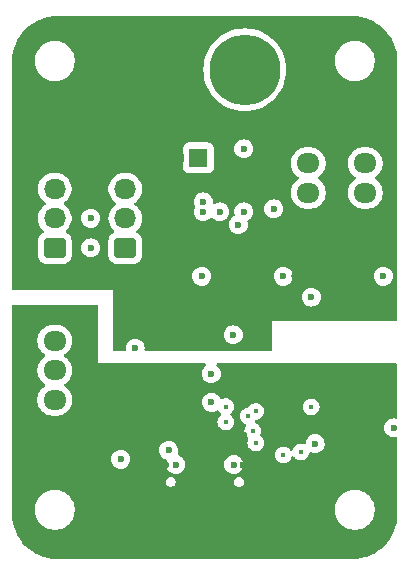
<source format=gbr>
%TF.GenerationSoftware,KiCad,Pcbnew,8.0.9-8.0.9-0~ubuntu22.04.1*%
%TF.CreationDate,2025-08-01T23:19:18+09:00*%
%TF.ProjectId,USB2DXL,55534232-4458-44c2-9e6b-696361645f70,rev?*%
%TF.SameCoordinates,Original*%
%TF.FileFunction,Copper,L2,Inr*%
%TF.FilePolarity,Positive*%
%FSLAX46Y46*%
G04 Gerber Fmt 4.6, Leading zero omitted, Abs format (unit mm)*
G04 Created by KiCad (PCBNEW 8.0.9-8.0.9-0~ubuntu22.04.1) date 2025-08-01 23:19:18*
%MOMM*%
%LPD*%
G01*
G04 APERTURE LIST*
G04 Aperture macros list*
%AMRoundRect*
0 Rectangle with rounded corners*
0 $1 Rounding radius*
0 $2 $3 $4 $5 $6 $7 $8 $9 X,Y pos of 4 corners*
0 Add a 4 corners polygon primitive as box body*
4,1,4,$2,$3,$4,$5,$6,$7,$8,$9,$2,$3,0*
0 Add four circle primitives for the rounded corners*
1,1,$1+$1,$2,$3*
1,1,$1+$1,$4,$5*
1,1,$1+$1,$6,$7*
1,1,$1+$1,$8,$9*
0 Add four rect primitives between the rounded corners*
20,1,$1+$1,$2,$3,$4,$5,0*
20,1,$1+$1,$4,$5,$6,$7,0*
20,1,$1+$1,$6,$7,$8,$9,0*
20,1,$1+$1,$8,$9,$2,$3,0*%
G04 Aperture macros list end*
%TA.AperFunction,ComponentPad*%
%ADD10RoundRect,0.250000X0.675000X-0.600000X0.675000X0.600000X-0.675000X0.600000X-0.675000X-0.600000X0*%
%TD*%
%TA.AperFunction,ComponentPad*%
%ADD11O,1.850000X1.700000*%
%TD*%
%TA.AperFunction,ComponentPad*%
%ADD12RoundRect,0.250000X0.725000X-0.600000X0.725000X0.600000X-0.725000X0.600000X-0.725000X-0.600000X0*%
%TD*%
%TA.AperFunction,ComponentPad*%
%ADD13O,1.950000X1.700000*%
%TD*%
%TA.AperFunction,HeatsinkPad*%
%ADD14O,1.000000X2.100000*%
%TD*%
%TA.AperFunction,HeatsinkPad*%
%ADD15O,1.000000X1.600000*%
%TD*%
%TA.AperFunction,ComponentPad*%
%ADD16R,1.600000X1.600000*%
%TD*%
%TA.AperFunction,ComponentPad*%
%ADD17C,1.600000*%
%TD*%
%TA.AperFunction,ComponentPad*%
%ADD18RoundRect,1.500000X-1.500000X-1.500000X1.500000X-1.500000X1.500000X1.500000X-1.500000X1.500000X0*%
%TD*%
%TA.AperFunction,ComponentPad*%
%ADD19C,6.000000*%
%TD*%
%TA.AperFunction,ViaPad*%
%ADD20C,0.500000*%
%TD*%
%TA.AperFunction,ViaPad*%
%ADD21C,0.600000*%
%TD*%
%TA.AperFunction,ViaPad*%
%ADD22C,0.400000*%
%TD*%
G04 APERTURE END LIST*
D10*
%TO.N,/DATA-*%
%TO.C,J7*%
X108839000Y-79856000D03*
D11*
%TO.N,/DATA+*%
X108839000Y-77356000D03*
%TO.N,+12V*%
X108839000Y-74856000D03*
%TO.N,GNDPWR*%
X108839000Y-72356000D03*
%TD*%
D12*
%TO.N,GND*%
%TO.C,J4*%
X102870000Y-95209000D03*
D13*
%TO.N,+5V*%
X102870000Y-92709000D03*
%TO.N,/TX_pin*%
X102870000Y-90209000D03*
%TO.N,/RXD*%
X102870000Y-87709000D03*
%TD*%
D14*
%TO.N,GND*%
%TO.C,J2*%
X111250000Y-99105000D03*
D15*
X111250000Y-103285000D03*
D14*
X119890000Y-99105000D03*
D15*
X119890000Y-103285000D03*
%TD*%
D13*
%TO.N,/DATA*%
%TO.C,J3*%
X124333000Y-72683000D03*
%TO.N,+12V*%
X124333000Y-75183000D03*
D12*
%TO.N,GNDPWR*%
X124333000Y-77683000D03*
%TD*%
D16*
%TO.N,+12V*%
%TO.C,C10*%
X115030000Y-72222000D03*
D17*
%TO.N,GNDPWR*%
X113030000Y-72222000D03*
%TD*%
D10*
%TO.N,/DATA-*%
%TO.C,J6*%
X102870000Y-79849000D03*
D11*
%TO.N,/DATA+*%
X102870000Y-77349000D03*
%TO.N,+12V*%
X102870000Y-74849000D03*
%TO.N,GNDPWR*%
X102870000Y-72349000D03*
%TD*%
D18*
%TO.N,GNDPWR*%
%TO.C,J1*%
X111760000Y-64770000D03*
D19*
%TO.N,+12V*%
X118960000Y-64770000D03*
%TD*%
D12*
%TO.N,GNDPWR*%
%TO.C,J5*%
X129159000Y-77683000D03*
D13*
%TO.N,+12V*%
X129159000Y-75183000D03*
%TO.N,/DATA*%
X129159000Y-72683000D03*
%TD*%
D20*
%TO.N,GNDPWR*%
X123162000Y-82255000D03*
%TO.N,GND*%
X123317000Y-93304000D03*
X120523000Y-92824000D03*
D21*
%TO.N,+5VP*%
X118868000Y-71460000D03*
%TO.N,GNDPWR*%
X118999000Y-73873000D03*
%TO.N,+5VP*%
X121412000Y-76540000D03*
X116840000Y-76792000D03*
X122202000Y-82255000D03*
X130685000Y-82255000D03*
%TO.N,GNDPWR*%
X128016000Y-80985000D03*
X122301000Y-74635000D03*
X117348000Y-75651000D03*
X107823000Y-61046000D03*
X123190000Y-61300000D03*
X131064000Y-69174000D03*
X122809000Y-69047000D03*
X117348000Y-69047000D03*
X110744000Y-69047000D03*
X105283000Y-68793000D03*
X99949000Y-68793000D03*
X104775000Y-78572000D03*
X99949000Y-82763000D03*
X107061000Y-82890000D03*
X109728000Y-83017000D03*
X125755400Y-81569200D03*
X121793000Y-80858000D03*
X119126000Y-80477000D03*
X120904000Y-88224000D03*
X131572000Y-85684000D03*
X108077000Y-88224000D03*
%TO.N,GND*%
X115824000Y-95336000D03*
X118872000Y-95717000D03*
X131318000Y-101178000D03*
X115697000Y-101432000D03*
X125476000Y-101305000D03*
X125603000Y-105877000D03*
X115697000Y-105877000D03*
X131318000Y-96479000D03*
X126746000Y-95336000D03*
X125095000Y-90510000D03*
X131191000Y-91526000D03*
X106934000Y-90129000D03*
%TO.N,+5VP*%
X109672000Y-88351000D03*
%TO.N,Net-(U4-RO)*%
X117983000Y-87208000D03*
X118411000Y-77876000D03*
%TO.N,/TX*%
X118872000Y-76794000D03*
X124587000Y-84024000D03*
%TO.N,GND*%
X111125000Y-92542000D03*
X113030000Y-95336000D03*
X104648000Y-91018000D03*
X106934000Y-97495000D03*
X106934000Y-105877000D03*
X99949000Y-97368000D03*
X100076000Y-85557000D03*
X105410000Y-85557000D03*
X105410000Y-88097000D03*
X111252000Y-90256000D03*
X117475000Y-90383000D03*
%TO.N,+5V*%
X131572000Y-95082000D03*
X124921000Y-96418000D03*
D22*
X119888000Y-93685000D03*
X119634000Y-95336000D03*
%TO.N,/TX_pin*%
X119888000Y-96352000D03*
%TO.N,/TX_usb*%
X122221000Y-97368000D03*
%TO.N,/TXD*%
X124587000Y-93304000D03*
X123698000Y-97114000D03*
%TO.N,+5V*%
X117348000Y-94574000D03*
X117348000Y-93280000D03*
D21*
%TO.N,/TXNOW*%
X116138205Y-92922553D03*
X116128500Y-90494000D03*
%TO.N,+5V*%
X112522000Y-96987000D03*
X108458000Y-97749000D03*
%TO.N,/DATA-*%
X105918000Y-79849000D03*
%TO.N,/DATA+*%
X105918000Y-77349000D03*
%TO.N,GNDPWR*%
X113538000Y-82255000D03*
X115273500Y-79207000D03*
%TO.N,+5VP*%
X115316000Y-82255000D03*
%TO.N,GNDPWR*%
X112776000Y-75905000D03*
%TO.N,+12V*%
X115443000Y-76794000D03*
X115443000Y-75946000D03*
%TO.N,GND*%
X118820000Y-98190000D03*
X112320000Y-98190000D03*
%TO.N,+5V*%
X113120000Y-98190000D03*
X118020000Y-98190000D03*
D22*
%TO.N,/TX_usb*%
X119253000Y-94066000D03*
%TD*%
%TA.AperFunction,Conductor*%
%TO.N,GND*%
G36*
X106496039Y-84687685D02*
G01*
X106541794Y-84740489D01*
X106553000Y-84792000D01*
X106553000Y-89621000D01*
X115582850Y-89621000D01*
X115649889Y-89640685D01*
X115695644Y-89693489D01*
X115705588Y-89762647D01*
X115676563Y-89826203D01*
X115648824Y-89849992D01*
X115639016Y-89856154D01*
X115626237Y-89864184D01*
X115498684Y-89991737D01*
X115402711Y-90144476D01*
X115343131Y-90314745D01*
X115343130Y-90314750D01*
X115322935Y-90493996D01*
X115322935Y-90494003D01*
X115343130Y-90673249D01*
X115343131Y-90673254D01*
X115402711Y-90843523D01*
X115448767Y-90916820D01*
X115498684Y-90996262D01*
X115626238Y-91123816D01*
X115778978Y-91219789D01*
X115949245Y-91279368D01*
X115949250Y-91279369D01*
X116128496Y-91299565D01*
X116128500Y-91299565D01*
X116128504Y-91299565D01*
X116307749Y-91279369D01*
X116307752Y-91279368D01*
X116307755Y-91279368D01*
X116478022Y-91219789D01*
X116630762Y-91123816D01*
X116758316Y-90996262D01*
X116854289Y-90843522D01*
X116913868Y-90673255D01*
X116930545Y-90525243D01*
X116934065Y-90494003D01*
X116934065Y-90493996D01*
X116913869Y-90314750D01*
X116913868Y-90314745D01*
X116854288Y-90144476D01*
X116758315Y-89991737D01*
X116630762Y-89864184D01*
X116608177Y-89849992D01*
X116561887Y-89797660D01*
X116551238Y-89728606D01*
X116579613Y-89664758D01*
X116638003Y-89626386D01*
X116674150Y-89621000D01*
X131755500Y-89621000D01*
X131822539Y-89640685D01*
X131868294Y-89693489D01*
X131879500Y-89745000D01*
X131879500Y-94172325D01*
X131859815Y-94239364D01*
X131807011Y-94285119D01*
X131741617Y-94295545D01*
X131572004Y-94276435D01*
X131571996Y-94276435D01*
X131392750Y-94296630D01*
X131392745Y-94296631D01*
X131222476Y-94356211D01*
X131069737Y-94452184D01*
X130942184Y-94579737D01*
X130846211Y-94732476D01*
X130786631Y-94902745D01*
X130786630Y-94902750D01*
X130766435Y-95081996D01*
X130766435Y-95082003D01*
X130786630Y-95261249D01*
X130786631Y-95261254D01*
X130846211Y-95431523D01*
X130892298Y-95504869D01*
X130942184Y-95584262D01*
X131069738Y-95711816D01*
X131100508Y-95731150D01*
X131216334Y-95803929D01*
X131222478Y-95807789D01*
X131264500Y-95822493D01*
X131392745Y-95867368D01*
X131392750Y-95867369D01*
X131571996Y-95887565D01*
X131572000Y-95887565D01*
X131572003Y-95887565D01*
X131741616Y-95868454D01*
X131810438Y-95880508D01*
X131861818Y-95927857D01*
X131879500Y-95991674D01*
X131879500Y-102381947D01*
X131879351Y-102388032D01*
X131861502Y-102751335D01*
X131860309Y-102763444D01*
X131807388Y-103120217D01*
X131805014Y-103132153D01*
X131717373Y-103482035D01*
X131713840Y-103493680D01*
X131592335Y-103833262D01*
X131587679Y-103844504D01*
X131433462Y-104170570D01*
X131427725Y-104181302D01*
X131242303Y-104490659D01*
X131235543Y-104500777D01*
X131020678Y-104790488D01*
X131012958Y-104799894D01*
X130770743Y-105067138D01*
X130762138Y-105075743D01*
X130494894Y-105317958D01*
X130485488Y-105325678D01*
X130195777Y-105540543D01*
X130185659Y-105547303D01*
X129876302Y-105732725D01*
X129865570Y-105738462D01*
X129539504Y-105892679D01*
X129528262Y-105897335D01*
X129188680Y-106018840D01*
X129177035Y-106022373D01*
X128827153Y-106110014D01*
X128815217Y-106112388D01*
X128458444Y-106165309D01*
X128446335Y-106166502D01*
X128083033Y-106184351D01*
X128076948Y-106184500D01*
X103063052Y-106184500D01*
X103056967Y-106184351D01*
X102693664Y-106166502D01*
X102681555Y-106165309D01*
X102324782Y-106112388D01*
X102312846Y-106110014D01*
X101962964Y-106022373D01*
X101951323Y-106018841D01*
X101611734Y-105897334D01*
X101600495Y-105892679D01*
X101274429Y-105738462D01*
X101263702Y-105732727D01*
X100954340Y-105547303D01*
X100944222Y-105540543D01*
X100654511Y-105325678D01*
X100645105Y-105317958D01*
X100602479Y-105279324D01*
X100377853Y-105075735D01*
X100369264Y-105067146D01*
X100127041Y-104799894D01*
X100119321Y-104790488D01*
X99904456Y-104500777D01*
X99897696Y-104490659D01*
X99712267Y-104181290D01*
X99706543Y-104170582D01*
X99552317Y-103844497D01*
X99547669Y-103833275D01*
X99426154Y-103493663D01*
X99422629Y-103482046D01*
X99334982Y-103132140D01*
X99332613Y-103120230D01*
X99279689Y-102763440D01*
X99278497Y-102751334D01*
X99260649Y-102388031D01*
X99260500Y-102381947D01*
X99260500Y-101903549D01*
X101169500Y-101903549D01*
X101169500Y-102126450D01*
X101169501Y-102126466D01*
X101198594Y-102347452D01*
X101198595Y-102347457D01*
X101198596Y-102347463D01*
X101256290Y-102562780D01*
X101256293Y-102562790D01*
X101263091Y-102579201D01*
X101341595Y-102768726D01*
X101453052Y-102961774D01*
X101453057Y-102961780D01*
X101453058Y-102961782D01*
X101588751Y-103138622D01*
X101588757Y-103138629D01*
X101746370Y-103296242D01*
X101746377Y-103296248D01*
X101872294Y-103392867D01*
X101923226Y-103431948D01*
X102116274Y-103543405D01*
X102322219Y-103628710D01*
X102537537Y-103686404D01*
X102758543Y-103715500D01*
X102758550Y-103715500D01*
X102981450Y-103715500D01*
X102981457Y-103715500D01*
X103202463Y-103686404D01*
X103417781Y-103628710D01*
X103623726Y-103543405D01*
X103816774Y-103431948D01*
X103993624Y-103296247D01*
X104151247Y-103138624D01*
X104286948Y-102961774D01*
X104398405Y-102768726D01*
X104483710Y-102562781D01*
X104541404Y-102347463D01*
X104570500Y-102126457D01*
X104570500Y-101903549D01*
X126569500Y-101903549D01*
X126569500Y-102126450D01*
X126569501Y-102126466D01*
X126598594Y-102347452D01*
X126598595Y-102347457D01*
X126598596Y-102347463D01*
X126656290Y-102562780D01*
X126656293Y-102562790D01*
X126663091Y-102579201D01*
X126741595Y-102768726D01*
X126853052Y-102961774D01*
X126853057Y-102961780D01*
X126853058Y-102961782D01*
X126988751Y-103138622D01*
X126988757Y-103138629D01*
X127146370Y-103296242D01*
X127146377Y-103296248D01*
X127272294Y-103392867D01*
X127323226Y-103431948D01*
X127516274Y-103543405D01*
X127722219Y-103628710D01*
X127937537Y-103686404D01*
X128158543Y-103715500D01*
X128158550Y-103715500D01*
X128381450Y-103715500D01*
X128381457Y-103715500D01*
X128602463Y-103686404D01*
X128817781Y-103628710D01*
X129023726Y-103543405D01*
X129216774Y-103431948D01*
X129393624Y-103296247D01*
X129551247Y-103138624D01*
X129686948Y-102961774D01*
X129798405Y-102768726D01*
X129883710Y-102562781D01*
X129941404Y-102347463D01*
X129970500Y-102126457D01*
X129970500Y-101903543D01*
X129941404Y-101682537D01*
X129883710Y-101467219D01*
X129798405Y-101261274D01*
X129686948Y-101068226D01*
X129551247Y-100891376D01*
X129551242Y-100891370D01*
X129393629Y-100733757D01*
X129393622Y-100733751D01*
X129216782Y-100598058D01*
X129216780Y-100598057D01*
X129216774Y-100598052D01*
X129023726Y-100486595D01*
X129023722Y-100486593D01*
X128817790Y-100401293D01*
X128817783Y-100401291D01*
X128817781Y-100401290D01*
X128602463Y-100343596D01*
X128602457Y-100343595D01*
X128602452Y-100343594D01*
X128381466Y-100314501D01*
X128381463Y-100314500D01*
X128381457Y-100314500D01*
X128158543Y-100314500D01*
X128158537Y-100314500D01*
X128158533Y-100314501D01*
X127937547Y-100343594D01*
X127937540Y-100343595D01*
X127937537Y-100343596D01*
X127722219Y-100401290D01*
X127722209Y-100401293D01*
X127516277Y-100486593D01*
X127516273Y-100486595D01*
X127323226Y-100598052D01*
X127323217Y-100598058D01*
X127146377Y-100733751D01*
X127146370Y-100733757D01*
X126988757Y-100891370D01*
X126988751Y-100891377D01*
X126853058Y-101068217D01*
X126853052Y-101068226D01*
X126741595Y-101261273D01*
X126741593Y-101261277D01*
X126656293Y-101467209D01*
X126656290Y-101467219D01*
X126598597Y-101682534D01*
X126598594Y-101682547D01*
X126569501Y-101903533D01*
X126569500Y-101903549D01*
X104570500Y-101903549D01*
X104570500Y-101903543D01*
X104541404Y-101682537D01*
X104483710Y-101467219D01*
X104398405Y-101261274D01*
X104286948Y-101068226D01*
X104151247Y-100891376D01*
X104151242Y-100891370D01*
X103993629Y-100733757D01*
X103993622Y-100733751D01*
X103816782Y-100598058D01*
X103816780Y-100598057D01*
X103816774Y-100598052D01*
X103623726Y-100486595D01*
X103623722Y-100486593D01*
X103417790Y-100401293D01*
X103417783Y-100401291D01*
X103417781Y-100401290D01*
X103202463Y-100343596D01*
X103202457Y-100343595D01*
X103202452Y-100343594D01*
X102981466Y-100314501D01*
X102981463Y-100314500D01*
X102981457Y-100314500D01*
X102758543Y-100314500D01*
X102758537Y-100314500D01*
X102758533Y-100314501D01*
X102537547Y-100343594D01*
X102537540Y-100343595D01*
X102537537Y-100343596D01*
X102322219Y-100401290D01*
X102322209Y-100401293D01*
X102116277Y-100486593D01*
X102116273Y-100486595D01*
X101923226Y-100598052D01*
X101923217Y-100598058D01*
X101746377Y-100733751D01*
X101746370Y-100733757D01*
X101588757Y-100891370D01*
X101588751Y-100891377D01*
X101453058Y-101068217D01*
X101453052Y-101068226D01*
X101341595Y-101261273D01*
X101341593Y-101261277D01*
X101256293Y-101467209D01*
X101256290Y-101467219D01*
X101198597Y-101682534D01*
X101198594Y-101682547D01*
X101169501Y-101903533D01*
X101169500Y-101903549D01*
X99260500Y-101903549D01*
X99260500Y-99578982D01*
X112254500Y-99578982D01*
X112254500Y-99691018D01*
X112283497Y-99799237D01*
X112339515Y-99896263D01*
X112418737Y-99975485D01*
X112515763Y-100031503D01*
X112623982Y-100060500D01*
X112623984Y-100060500D01*
X112736016Y-100060500D01*
X112736018Y-100060500D01*
X112844237Y-100031503D01*
X112941263Y-99975485D01*
X113020485Y-99896263D01*
X113076503Y-99799237D01*
X113105500Y-99691018D01*
X113105500Y-99578982D01*
X118034500Y-99578982D01*
X118034500Y-99691018D01*
X118063497Y-99799237D01*
X118119515Y-99896263D01*
X118198737Y-99975485D01*
X118295763Y-100031503D01*
X118403982Y-100060500D01*
X118403984Y-100060500D01*
X118516016Y-100060500D01*
X118516018Y-100060500D01*
X118624237Y-100031503D01*
X118721263Y-99975485D01*
X118800485Y-99896263D01*
X118856503Y-99799237D01*
X118885500Y-99691018D01*
X118885500Y-99578982D01*
X118856503Y-99470763D01*
X118800485Y-99373737D01*
X118721263Y-99294515D01*
X118624237Y-99238497D01*
X118516018Y-99209500D01*
X118403982Y-99209500D01*
X118295763Y-99238497D01*
X118295760Y-99238498D01*
X118198740Y-99294513D01*
X118198734Y-99294517D01*
X118119517Y-99373734D01*
X118119513Y-99373740D01*
X118063498Y-99470760D01*
X118063497Y-99470763D01*
X118034500Y-99578982D01*
X113105500Y-99578982D01*
X113076503Y-99470763D01*
X113020485Y-99373737D01*
X112941263Y-99294515D01*
X112844237Y-99238497D01*
X112736018Y-99209500D01*
X112623982Y-99209500D01*
X112515763Y-99238497D01*
X112515760Y-99238498D01*
X112418740Y-99294513D01*
X112418734Y-99294517D01*
X112339517Y-99373734D01*
X112339513Y-99373740D01*
X112283498Y-99470760D01*
X112283497Y-99470763D01*
X112254500Y-99578982D01*
X99260500Y-99578982D01*
X99260500Y-97748996D01*
X107652435Y-97748996D01*
X107652435Y-97749003D01*
X107672630Y-97928249D01*
X107672631Y-97928254D01*
X107732211Y-98098523D01*
X107789688Y-98189996D01*
X107828184Y-98251262D01*
X107955738Y-98378816D01*
X108108478Y-98474789D01*
X108278745Y-98534368D01*
X108278750Y-98534369D01*
X108457996Y-98554565D01*
X108458000Y-98554565D01*
X108458004Y-98554565D01*
X108637249Y-98534369D01*
X108637252Y-98534368D01*
X108637255Y-98534368D01*
X108807522Y-98474789D01*
X108960262Y-98378816D01*
X109087816Y-98251262D01*
X109183789Y-98098522D01*
X109243368Y-97928255D01*
X109253258Y-97840478D01*
X109263565Y-97749003D01*
X109263565Y-97748996D01*
X109243369Y-97569750D01*
X109243368Y-97569745D01*
X109213580Y-97484616D01*
X109183789Y-97399478D01*
X109087816Y-97246738D01*
X108960262Y-97119184D01*
X108952012Y-97114000D01*
X108807523Y-97023211D01*
X108704027Y-96986996D01*
X111716435Y-96986996D01*
X111716435Y-96987003D01*
X111736630Y-97166249D01*
X111736631Y-97166254D01*
X111796211Y-97336523D01*
X111839007Y-97404632D01*
X111892184Y-97489262D01*
X112019738Y-97616816D01*
X112132608Y-97687737D01*
X112172478Y-97712789D01*
X112292787Y-97754887D01*
X112349563Y-97795609D01*
X112375311Y-97860562D01*
X112368875Y-97912884D01*
X112334631Y-98010745D01*
X112334630Y-98010750D01*
X112314435Y-98189996D01*
X112314435Y-98190003D01*
X112334630Y-98369249D01*
X112334631Y-98369254D01*
X112394211Y-98539523D01*
X112403663Y-98554565D01*
X112490184Y-98692262D01*
X112617738Y-98819816D01*
X112770478Y-98915789D01*
X112940745Y-98975368D01*
X112940750Y-98975369D01*
X113119996Y-98995565D01*
X113120000Y-98995565D01*
X113120004Y-98995565D01*
X113299249Y-98975369D01*
X113299252Y-98975368D01*
X113299255Y-98975368D01*
X113469522Y-98915789D01*
X113622262Y-98819816D01*
X113749816Y-98692262D01*
X113845789Y-98539522D01*
X113905368Y-98369255D01*
X113905369Y-98369249D01*
X113925565Y-98190003D01*
X113925565Y-98189996D01*
X117214435Y-98189996D01*
X117214435Y-98190003D01*
X117234630Y-98369249D01*
X117234631Y-98369254D01*
X117294211Y-98539523D01*
X117303663Y-98554565D01*
X117390184Y-98692262D01*
X117517738Y-98819816D01*
X117670478Y-98915789D01*
X117840745Y-98975368D01*
X117840750Y-98975369D01*
X118019996Y-98995565D01*
X118020000Y-98995565D01*
X118020004Y-98995565D01*
X118199249Y-98975369D01*
X118199252Y-98975368D01*
X118199255Y-98975368D01*
X118369522Y-98915789D01*
X118522262Y-98819816D01*
X118649816Y-98692262D01*
X118745789Y-98539522D01*
X118805368Y-98369255D01*
X118805369Y-98369249D01*
X118825565Y-98190003D01*
X118825565Y-98189996D01*
X118805369Y-98010750D01*
X118805368Y-98010745D01*
X118783669Y-97948734D01*
X118745789Y-97840478D01*
X118742929Y-97835927D01*
X118702993Y-97772368D01*
X118649816Y-97687738D01*
X118522262Y-97560184D01*
X118490647Y-97540319D01*
X118369523Y-97464211D01*
X118199254Y-97404631D01*
X118199249Y-97404630D01*
X118020004Y-97384435D01*
X118019996Y-97384435D01*
X117840750Y-97404630D01*
X117840745Y-97404631D01*
X117670476Y-97464211D01*
X117517737Y-97560184D01*
X117390184Y-97687737D01*
X117294211Y-97840476D01*
X117234631Y-98010745D01*
X117234630Y-98010750D01*
X117214435Y-98189996D01*
X113925565Y-98189996D01*
X113905369Y-98010750D01*
X113905368Y-98010745D01*
X113883669Y-97948734D01*
X113845789Y-97840478D01*
X113842929Y-97835927D01*
X113802993Y-97772368D01*
X113749816Y-97687738D01*
X113622262Y-97560184D01*
X113590647Y-97540319D01*
X113469521Y-97464210D01*
X113386297Y-97435089D01*
X113349211Y-97422112D01*
X113292436Y-97381391D01*
X113287128Y-97368000D01*
X121515355Y-97368000D01*
X121535859Y-97536869D01*
X121535860Y-97536874D01*
X121596182Y-97695931D01*
X121649925Y-97773790D01*
X121692817Y-97835929D01*
X121779682Y-97912884D01*
X121820150Y-97948736D01*
X121938308Y-98010750D01*
X121970775Y-98027790D01*
X122135944Y-98068500D01*
X122306056Y-98068500D01*
X122471225Y-98027790D01*
X122550692Y-97986081D01*
X122621849Y-97948736D01*
X122621850Y-97948734D01*
X122621852Y-97948734D01*
X122749183Y-97835929D01*
X122845818Y-97695930D01*
X122904833Y-97540317D01*
X122947009Y-97484616D01*
X123012606Y-97460558D01*
X123080797Y-97475784D01*
X123122823Y-97513848D01*
X123169815Y-97581927D01*
X123169816Y-97581928D01*
X123169817Y-97581929D01*
X123233482Y-97638331D01*
X123297150Y-97694736D01*
X123445066Y-97772368D01*
X123447775Y-97773790D01*
X123612944Y-97814500D01*
X123783056Y-97814500D01*
X123948225Y-97773790D01*
X124027692Y-97732081D01*
X124098849Y-97694736D01*
X124098850Y-97694734D01*
X124098852Y-97694734D01*
X124226183Y-97581929D01*
X124322818Y-97441930D01*
X124383140Y-97282872D01*
X124388625Y-97237694D01*
X124416246Y-97173518D01*
X124474180Y-97134460D01*
X124544032Y-97132925D01*
X124565529Y-97140924D01*
X124571475Y-97143788D01*
X124741745Y-97203368D01*
X124741750Y-97203369D01*
X124920996Y-97223565D01*
X124921000Y-97223565D01*
X124921004Y-97223565D01*
X125100249Y-97203369D01*
X125100252Y-97203368D01*
X125100255Y-97203368D01*
X125270522Y-97143789D01*
X125423262Y-97047816D01*
X125550816Y-96920262D01*
X125646789Y-96767522D01*
X125706368Y-96597255D01*
X125714974Y-96520874D01*
X125726565Y-96418003D01*
X125726565Y-96417996D01*
X125706369Y-96238750D01*
X125706368Y-96238745D01*
X125646788Y-96068476D01*
X125558431Y-95927857D01*
X125550816Y-95915738D01*
X125423262Y-95788184D01*
X125396337Y-95771266D01*
X125270523Y-95692211D01*
X125100254Y-95632631D01*
X125100249Y-95632630D01*
X124921004Y-95612435D01*
X124920996Y-95612435D01*
X124741750Y-95632630D01*
X124741745Y-95632631D01*
X124571476Y-95692211D01*
X124418737Y-95788184D01*
X124291184Y-95915737D01*
X124195211Y-96068476D01*
X124135631Y-96238745D01*
X124135630Y-96238749D01*
X124122547Y-96354873D01*
X124095481Y-96419287D01*
X124037886Y-96458842D01*
X123968049Y-96460979D01*
X123955510Y-96456147D01*
X123955237Y-96456869D01*
X123948227Y-96454210D01*
X123783056Y-96413500D01*
X123612944Y-96413500D01*
X123447773Y-96454210D01*
X123297150Y-96533263D01*
X123169816Y-96646072D01*
X123073182Y-96786068D01*
X123073182Y-96786069D01*
X123014167Y-96941681D01*
X122971989Y-96997384D01*
X122906392Y-97021441D01*
X122838201Y-97006214D01*
X122796176Y-96968152D01*
X122749183Y-96900071D01*
X122621852Y-96787266D01*
X122621849Y-96787263D01*
X122471226Y-96708210D01*
X122306056Y-96667500D01*
X122135944Y-96667500D01*
X121970773Y-96708210D01*
X121820150Y-96787263D01*
X121692816Y-96900072D01*
X121596182Y-97040068D01*
X121535860Y-97199125D01*
X121535859Y-97199130D01*
X121515355Y-97368000D01*
X113287128Y-97368000D01*
X113266688Y-97316439D01*
X113273125Y-97264115D01*
X113307367Y-97166259D01*
X113307369Y-97166249D01*
X113327565Y-96987003D01*
X113327565Y-96986996D01*
X113307369Y-96807750D01*
X113307368Y-96807745D01*
X113262644Y-96679931D01*
X113247789Y-96637478D01*
X113222511Y-96597249D01*
X113174522Y-96520874D01*
X113151816Y-96484738D01*
X113024262Y-96357184D01*
X113016012Y-96352000D01*
X112871523Y-96261211D01*
X112701254Y-96201631D01*
X112701249Y-96201630D01*
X112522004Y-96181435D01*
X112521996Y-96181435D01*
X112342750Y-96201630D01*
X112342745Y-96201631D01*
X112172476Y-96261211D01*
X112019737Y-96357184D01*
X111892184Y-96484737D01*
X111796211Y-96637476D01*
X111736631Y-96807745D01*
X111736630Y-96807750D01*
X111716435Y-96986996D01*
X108704027Y-96986996D01*
X108637254Y-96963631D01*
X108637249Y-96963630D01*
X108458004Y-96943435D01*
X108457996Y-96943435D01*
X108278750Y-96963630D01*
X108278745Y-96963631D01*
X108108476Y-97023211D01*
X107955737Y-97119184D01*
X107828184Y-97246737D01*
X107732211Y-97399476D01*
X107672631Y-97569745D01*
X107672630Y-97569750D01*
X107652435Y-97748996D01*
X99260500Y-97748996D01*
X99260500Y-87602713D01*
X101394500Y-87602713D01*
X101394500Y-87815287D01*
X101427754Y-88025243D01*
X101492334Y-88224000D01*
X101493444Y-88227414D01*
X101589951Y-88416820D01*
X101714890Y-88588786D01*
X101865209Y-88739105D01*
X101865214Y-88739109D01*
X102029793Y-88858682D01*
X102072459Y-88914011D01*
X102078438Y-88983625D01*
X102045833Y-89045420D01*
X102029793Y-89059318D01*
X101865214Y-89178890D01*
X101865209Y-89178894D01*
X101714890Y-89329213D01*
X101589951Y-89501179D01*
X101493444Y-89690585D01*
X101427753Y-89892760D01*
X101394500Y-90102713D01*
X101394500Y-90315286D01*
X101422805Y-90494000D01*
X101427754Y-90525243D01*
X101475846Y-90673255D01*
X101493444Y-90727414D01*
X101589951Y-90916820D01*
X101714890Y-91088786D01*
X101865209Y-91239105D01*
X101865214Y-91239109D01*
X102029793Y-91358682D01*
X102072459Y-91414011D01*
X102078438Y-91483625D01*
X102045833Y-91545420D01*
X102029793Y-91559318D01*
X101865214Y-91678890D01*
X101865209Y-91678894D01*
X101714890Y-91829213D01*
X101589951Y-92001179D01*
X101493444Y-92190585D01*
X101427753Y-92392760D01*
X101394500Y-92602713D01*
X101394500Y-92815286D01*
X101427748Y-93025210D01*
X101427754Y-93025243D01*
X101490083Y-93217072D01*
X101493444Y-93227414D01*
X101589951Y-93416820D01*
X101714890Y-93588786D01*
X101865213Y-93739109D01*
X102037179Y-93864048D01*
X102037181Y-93864049D01*
X102037184Y-93864051D01*
X102226588Y-93960557D01*
X102428757Y-94026246D01*
X102638713Y-94059500D01*
X102638714Y-94059500D01*
X103101286Y-94059500D01*
X103101287Y-94059500D01*
X103311243Y-94026246D01*
X103513412Y-93960557D01*
X103702816Y-93864051D01*
X103743925Y-93834184D01*
X103874786Y-93739109D01*
X103874788Y-93739106D01*
X103874792Y-93739104D01*
X104025104Y-93588792D01*
X104025106Y-93588788D01*
X104025109Y-93588786D01*
X104150048Y-93416820D01*
X104150047Y-93416820D01*
X104150051Y-93416816D01*
X104246557Y-93227412D01*
X104312246Y-93025243D01*
X104328511Y-92922549D01*
X115332640Y-92922549D01*
X115332640Y-92922556D01*
X115352835Y-93101802D01*
X115352836Y-93101807D01*
X115412416Y-93272076D01*
X115465822Y-93357070D01*
X115508389Y-93424815D01*
X115635943Y-93552369D01*
X115788683Y-93648342D01*
X115893446Y-93685000D01*
X115958950Y-93707921D01*
X115958955Y-93707922D01*
X116138201Y-93728118D01*
X116138205Y-93728118D01*
X116138209Y-93728118D01*
X116317454Y-93707922D01*
X116317457Y-93707921D01*
X116317460Y-93707921D01*
X116487727Y-93648342D01*
X116570852Y-93596110D01*
X116638087Y-93577110D01*
X116704923Y-93597477D01*
X116738872Y-93630661D01*
X116739749Y-93631931D01*
X116819819Y-93747932D01*
X116917179Y-93834185D01*
X116954306Y-93893374D01*
X116953538Y-93963240D01*
X116917179Y-94019815D01*
X116819818Y-94106069D01*
X116723182Y-94246068D01*
X116662860Y-94405125D01*
X116662859Y-94405130D01*
X116642355Y-94574000D01*
X116662859Y-94742869D01*
X116662860Y-94742874D01*
X116723182Y-94901931D01*
X116785475Y-94992177D01*
X116819817Y-95041929D01*
X116925505Y-95135560D01*
X116947150Y-95154736D01*
X117097773Y-95233789D01*
X117097775Y-95233790D01*
X117262944Y-95274500D01*
X117433056Y-95274500D01*
X117598225Y-95233790D01*
X117725234Y-95167130D01*
X117748849Y-95154736D01*
X117748850Y-95154734D01*
X117748852Y-95154734D01*
X117876183Y-95041929D01*
X117972818Y-94901930D01*
X118033140Y-94742872D01*
X118053645Y-94574000D01*
X118033140Y-94405128D01*
X117972818Y-94246070D01*
X117965086Y-94234869D01*
X117908527Y-94152929D01*
X117876183Y-94106071D01*
X117830952Y-94066000D01*
X118547355Y-94066000D01*
X118567859Y-94234869D01*
X118567860Y-94234874D01*
X118628182Y-94393931D01*
X118668392Y-94452184D01*
X118724817Y-94533929D01*
X118830505Y-94627560D01*
X118852150Y-94646736D01*
X119002774Y-94725790D01*
X119009790Y-94728451D01*
X119009092Y-94730290D01*
X119060705Y-94760329D01*
X119092505Y-94822543D01*
X119085621Y-94892073D01*
X119072715Y-94916026D01*
X119009183Y-95008068D01*
X119009182Y-95008068D01*
X118948860Y-95167125D01*
X118948859Y-95167130D01*
X118928355Y-95336000D01*
X118948859Y-95504869D01*
X118948860Y-95504874D01*
X119009182Y-95663931D01*
X119049212Y-95721923D01*
X119090067Y-95781112D01*
X119105818Y-95803930D01*
X119222032Y-95906887D01*
X119259159Y-95966076D01*
X119258391Y-96035942D01*
X119255747Y-96043672D01*
X119202861Y-96183122D01*
X119202859Y-96183130D01*
X119182355Y-96352000D01*
X119202859Y-96520869D01*
X119202860Y-96520874D01*
X119263182Y-96679931D01*
X119325475Y-96770177D01*
X119359817Y-96819929D01*
X119450278Y-96900070D01*
X119487150Y-96932736D01*
X119610327Y-96997384D01*
X119637775Y-97011790D01*
X119802944Y-97052500D01*
X119973056Y-97052500D01*
X120138225Y-97011790D01*
X120221371Y-96968151D01*
X120288849Y-96932736D01*
X120288850Y-96932734D01*
X120288852Y-96932734D01*
X120416183Y-96819929D01*
X120512818Y-96679930D01*
X120573140Y-96520872D01*
X120593645Y-96352000D01*
X120573140Y-96183128D01*
X120512818Y-96024070D01*
X120416183Y-95884071D01*
X120398555Y-95868454D01*
X120299967Y-95781112D01*
X120262840Y-95721923D01*
X120263608Y-95652057D01*
X120266245Y-95644345D01*
X120319140Y-95504872D01*
X120339645Y-95336000D01*
X120319140Y-95167128D01*
X120314440Y-95154736D01*
X120258817Y-95008068D01*
X120186120Y-94902750D01*
X120162183Y-94868071D01*
X120034852Y-94755266D01*
X120034849Y-94755263D01*
X119884225Y-94676209D01*
X119877210Y-94673549D01*
X119877906Y-94671712D01*
X119826281Y-94641657D01*
X119794490Y-94579438D01*
X119801384Y-94509909D01*
X119814280Y-94485979D01*
X119846668Y-94439057D01*
X119900952Y-94395069D01*
X119948717Y-94385500D01*
X119973056Y-94385500D01*
X120138225Y-94344790D01*
X120217692Y-94303081D01*
X120288849Y-94265736D01*
X120288850Y-94265734D01*
X120288852Y-94265734D01*
X120416183Y-94152929D01*
X120512818Y-94012930D01*
X120573140Y-93853872D01*
X120593645Y-93685000D01*
X120573140Y-93516128D01*
X120512818Y-93357070D01*
X120481667Y-93311941D01*
X120476186Y-93304000D01*
X123881355Y-93304000D01*
X123901859Y-93472869D01*
X123901860Y-93472874D01*
X123962182Y-93631931D01*
X123973510Y-93648342D01*
X124058817Y-93771929D01*
X124162798Y-93864048D01*
X124186150Y-93884736D01*
X124335727Y-93963240D01*
X124336775Y-93963790D01*
X124501944Y-94004500D01*
X124672056Y-94004500D01*
X124837225Y-93963790D01*
X124964234Y-93897130D01*
X124987849Y-93884736D01*
X124987850Y-93884734D01*
X124987852Y-93884734D01*
X125115183Y-93771929D01*
X125211818Y-93631930D01*
X125272140Y-93472872D01*
X125292645Y-93304000D01*
X125272140Y-93135128D01*
X125211818Y-92976070D01*
X125115183Y-92836071D01*
X125010464Y-92743298D01*
X124987849Y-92723263D01*
X124837226Y-92644210D01*
X124672056Y-92603500D01*
X124501944Y-92603500D01*
X124336773Y-92644210D01*
X124186150Y-92723263D01*
X124058816Y-92836072D01*
X123962182Y-92976068D01*
X123901860Y-93135125D01*
X123901859Y-93135130D01*
X123881355Y-93304000D01*
X120476186Y-93304000D01*
X120423322Y-93227414D01*
X120416183Y-93217071D01*
X120296598Y-93111128D01*
X120288849Y-93104263D01*
X120138226Y-93025210D01*
X119973056Y-92984500D01*
X119802944Y-92984500D01*
X119637773Y-93025210D01*
X119487150Y-93104263D01*
X119359818Y-93217070D01*
X119359817Y-93217071D01*
X119321851Y-93272075D01*
X119294333Y-93311941D01*
X119240050Y-93355931D01*
X119192283Y-93365500D01*
X119167944Y-93365500D01*
X119002773Y-93406210D01*
X118852150Y-93485263D01*
X118776405Y-93552368D01*
X118725488Y-93597477D01*
X118724816Y-93598072D01*
X118628182Y-93738068D01*
X118567860Y-93897125D01*
X118567859Y-93897130D01*
X118547355Y-94066000D01*
X117830952Y-94066000D01*
X117778818Y-94019814D01*
X117741693Y-93960626D01*
X117742461Y-93890761D01*
X117778818Y-93834185D01*
X117876183Y-93747929D01*
X117972818Y-93607930D01*
X118033140Y-93448872D01*
X118053645Y-93280000D01*
X118033140Y-93111128D01*
X118030536Y-93104263D01*
X118011231Y-93053358D01*
X117972818Y-92952070D01*
X117876183Y-92812071D01*
X117748852Y-92699266D01*
X117748849Y-92699263D01*
X117598226Y-92620210D01*
X117433056Y-92579500D01*
X117262944Y-92579500D01*
X117097774Y-92620209D01*
X117041428Y-92649783D01*
X116972920Y-92663508D01*
X116907867Y-92638015D01*
X116866923Y-92581399D01*
X116866831Y-92581141D01*
X116863994Y-92573031D01*
X116768021Y-92420291D01*
X116640467Y-92292737D01*
X116487728Y-92196764D01*
X116317459Y-92137184D01*
X116317454Y-92137183D01*
X116138209Y-92116988D01*
X116138201Y-92116988D01*
X115958955Y-92137183D01*
X115958950Y-92137184D01*
X115788681Y-92196764D01*
X115635942Y-92292737D01*
X115508389Y-92420290D01*
X115412416Y-92573029D01*
X115352836Y-92743298D01*
X115352835Y-92743303D01*
X115332640Y-92922549D01*
X104328511Y-92922549D01*
X104345500Y-92815287D01*
X104345500Y-92602713D01*
X104312246Y-92392757D01*
X104246557Y-92190588D01*
X104150051Y-92001184D01*
X104150049Y-92001181D01*
X104150048Y-92001179D01*
X104025109Y-91829213D01*
X103874792Y-91678896D01*
X103874784Y-91678890D01*
X103710204Y-91559316D01*
X103667540Y-91503989D01*
X103661561Y-91434376D01*
X103694166Y-91372580D01*
X103710199Y-91358686D01*
X103874792Y-91239104D01*
X104025104Y-91088792D01*
X104025106Y-91088788D01*
X104025109Y-91088786D01*
X104150048Y-90916820D01*
X104150047Y-90916820D01*
X104150051Y-90916816D01*
X104246557Y-90727412D01*
X104312246Y-90525243D01*
X104345500Y-90315287D01*
X104345500Y-90102713D01*
X104312246Y-89892757D01*
X104246557Y-89690588D01*
X104150051Y-89501184D01*
X104150049Y-89501181D01*
X104150048Y-89501179D01*
X104025109Y-89329213D01*
X103874792Y-89178896D01*
X103844056Y-89156565D01*
X103710204Y-89059316D01*
X103667540Y-89003989D01*
X103661561Y-88934376D01*
X103694166Y-88872580D01*
X103710199Y-88858686D01*
X103874792Y-88739104D01*
X104025104Y-88588792D01*
X104025106Y-88588788D01*
X104025109Y-88588786D01*
X104150048Y-88416820D01*
X104150047Y-88416820D01*
X104150051Y-88416816D01*
X104246557Y-88227412D01*
X104312246Y-88025243D01*
X104345500Y-87815287D01*
X104345500Y-87602713D01*
X104312246Y-87392757D01*
X104246557Y-87190588D01*
X104150051Y-87001184D01*
X104150049Y-87001181D01*
X104150048Y-87001179D01*
X104025109Y-86829213D01*
X103874786Y-86678890D01*
X103702820Y-86553951D01*
X103513414Y-86457444D01*
X103513413Y-86457443D01*
X103513412Y-86457443D01*
X103311243Y-86391754D01*
X103311241Y-86391753D01*
X103311240Y-86391753D01*
X103149957Y-86366208D01*
X103101287Y-86358500D01*
X102638713Y-86358500D01*
X102590042Y-86366208D01*
X102428760Y-86391753D01*
X102226585Y-86457444D01*
X102037179Y-86553951D01*
X101865213Y-86678890D01*
X101714890Y-86829213D01*
X101589951Y-87001179D01*
X101493444Y-87190585D01*
X101427753Y-87392760D01*
X101400373Y-87565632D01*
X101394500Y-87602713D01*
X99260500Y-87602713D01*
X99260500Y-84792000D01*
X99280185Y-84724961D01*
X99332989Y-84679206D01*
X99384500Y-84668000D01*
X106429000Y-84668000D01*
X106496039Y-84687685D01*
G37*
%TD.AperFunction*%
%TD*%
%TA.AperFunction,Conductor*%
%TO.N,GNDPWR*%
G36*
X128083032Y-60230649D02*
G01*
X128147797Y-60233830D01*
X128446338Y-60248497D01*
X128458440Y-60249689D01*
X128815230Y-60302613D01*
X128827140Y-60304982D01*
X129177046Y-60392629D01*
X129188663Y-60396154D01*
X129528275Y-60517669D01*
X129539497Y-60522317D01*
X129865582Y-60676543D01*
X129876290Y-60682267D01*
X130064308Y-60794961D01*
X130185659Y-60867696D01*
X130195777Y-60874456D01*
X130485488Y-61089321D01*
X130494894Y-61097041D01*
X130762146Y-61339264D01*
X130770735Y-61347853D01*
X130850861Y-61436258D01*
X131012958Y-61615105D01*
X131020678Y-61624511D01*
X131235543Y-61914222D01*
X131242303Y-61924340D01*
X131386577Y-62165047D01*
X131427725Y-62233697D01*
X131433460Y-62244425D01*
X131477054Y-62336597D01*
X131587679Y-62570495D01*
X131592334Y-62581734D01*
X131700621Y-62884376D01*
X131713840Y-62921319D01*
X131717373Y-62932964D01*
X131805014Y-63282846D01*
X131807388Y-63294782D01*
X131860309Y-63651555D01*
X131861502Y-63663664D01*
X131879351Y-64026967D01*
X131879500Y-64033052D01*
X131879500Y-85941000D01*
X131859815Y-86008039D01*
X131807011Y-86053794D01*
X131755500Y-86065000D01*
X121285000Y-86065000D01*
X121285000Y-88481000D01*
X121265315Y-88548039D01*
X121212511Y-88593794D01*
X121161000Y-88605000D01*
X110587702Y-88605000D01*
X110520663Y-88585315D01*
X110474908Y-88532511D01*
X110464482Y-88467116D01*
X110477565Y-88351002D01*
X110477565Y-88350996D01*
X110457369Y-88171750D01*
X110457368Y-88171745D01*
X110397789Y-88001478D01*
X110301816Y-87848738D01*
X110174262Y-87721184D01*
X110156880Y-87710262D01*
X110021523Y-87625211D01*
X109851254Y-87565631D01*
X109851249Y-87565630D01*
X109672004Y-87545435D01*
X109671996Y-87545435D01*
X109492750Y-87565630D01*
X109492745Y-87565631D01*
X109322476Y-87625211D01*
X109169737Y-87721184D01*
X109042184Y-87848737D01*
X108946211Y-88001476D01*
X108886631Y-88171745D01*
X108886630Y-88171750D01*
X108866435Y-88350996D01*
X108866435Y-88351002D01*
X108879518Y-88467116D01*
X108867464Y-88535938D01*
X108820115Y-88587318D01*
X108756298Y-88605000D01*
X107947000Y-88605000D01*
X107879961Y-88585315D01*
X107834206Y-88532511D01*
X107823000Y-88481000D01*
X107823000Y-87207996D01*
X117177435Y-87207996D01*
X117177435Y-87208003D01*
X117197630Y-87387249D01*
X117197631Y-87387254D01*
X117257211Y-87557523D01*
X117280595Y-87594738D01*
X117353184Y-87710262D01*
X117480738Y-87837816D01*
X117633478Y-87933789D01*
X117803745Y-87993368D01*
X117803750Y-87993369D01*
X117982996Y-88013565D01*
X117983000Y-88013565D01*
X117983004Y-88013565D01*
X118162249Y-87993369D01*
X118162252Y-87993368D01*
X118162255Y-87993368D01*
X118332522Y-87933789D01*
X118485262Y-87837816D01*
X118612816Y-87710262D01*
X118708789Y-87557522D01*
X118768368Y-87387255D01*
X118776889Y-87311632D01*
X118788565Y-87208003D01*
X118788565Y-87207996D01*
X118768369Y-87028750D01*
X118768368Y-87028745D01*
X118708788Y-86858476D01*
X118612815Y-86705737D01*
X118485262Y-86578184D01*
X118332523Y-86482211D01*
X118162254Y-86422631D01*
X118162249Y-86422630D01*
X117983004Y-86402435D01*
X117982996Y-86402435D01*
X117803750Y-86422630D01*
X117803745Y-86422631D01*
X117633476Y-86482211D01*
X117480737Y-86578184D01*
X117353184Y-86705737D01*
X117257211Y-86858476D01*
X117197631Y-87028745D01*
X117197630Y-87028750D01*
X117177435Y-87207996D01*
X107823000Y-87207996D01*
X107823000Y-84023996D01*
X123781435Y-84023996D01*
X123781435Y-84024003D01*
X123801630Y-84203249D01*
X123801631Y-84203254D01*
X123861211Y-84373523D01*
X123957184Y-84526262D01*
X124084738Y-84653816D01*
X124237478Y-84749789D01*
X124299902Y-84771632D01*
X124407745Y-84809368D01*
X124407750Y-84809369D01*
X124586996Y-84829565D01*
X124587000Y-84829565D01*
X124587004Y-84829565D01*
X124766249Y-84809369D01*
X124766252Y-84809368D01*
X124766255Y-84809368D01*
X124936522Y-84749789D01*
X125089262Y-84653816D01*
X125216816Y-84526262D01*
X125312789Y-84373522D01*
X125372368Y-84203255D01*
X125392565Y-84024000D01*
X125372368Y-83844745D01*
X125312789Y-83674478D01*
X125216816Y-83521738D01*
X125089262Y-83394184D01*
X124979970Y-83325511D01*
X124936523Y-83298211D01*
X124766254Y-83238631D01*
X124766249Y-83238630D01*
X124587004Y-83218435D01*
X124586996Y-83218435D01*
X124407750Y-83238630D01*
X124407745Y-83238631D01*
X124237476Y-83298211D01*
X124084737Y-83394184D01*
X123957184Y-83521737D01*
X123861211Y-83674476D01*
X123801631Y-83844745D01*
X123801630Y-83844750D01*
X123781435Y-84023996D01*
X107823000Y-84023996D01*
X107823000Y-83398000D01*
X99384500Y-83398000D01*
X99317461Y-83378315D01*
X99271706Y-83325511D01*
X99260500Y-83274000D01*
X99260500Y-82254996D01*
X114510435Y-82254996D01*
X114510435Y-82255003D01*
X114530630Y-82434249D01*
X114530631Y-82434254D01*
X114590211Y-82604523D01*
X114686184Y-82757262D01*
X114813738Y-82884816D01*
X114966478Y-82980789D01*
X115136745Y-83040368D01*
X115136750Y-83040369D01*
X115315996Y-83060565D01*
X115316000Y-83060565D01*
X115316004Y-83060565D01*
X115495249Y-83040369D01*
X115495252Y-83040368D01*
X115495255Y-83040368D01*
X115665522Y-82980789D01*
X115818262Y-82884816D01*
X115945816Y-82757262D01*
X116041789Y-82604522D01*
X116101368Y-82434255D01*
X116121565Y-82255000D01*
X116121565Y-82254996D01*
X121396435Y-82254996D01*
X121396435Y-82255003D01*
X121416630Y-82434249D01*
X121416631Y-82434254D01*
X121476211Y-82604523D01*
X121572184Y-82757262D01*
X121699738Y-82884816D01*
X121852478Y-82980789D01*
X122022745Y-83040368D01*
X122022750Y-83040369D01*
X122201996Y-83060565D01*
X122202000Y-83060565D01*
X122202004Y-83060565D01*
X122381249Y-83040369D01*
X122381252Y-83040368D01*
X122381255Y-83040368D01*
X122551522Y-82980789D01*
X122704262Y-82884816D01*
X122831816Y-82757262D01*
X122927789Y-82604522D01*
X122987368Y-82434255D01*
X123007565Y-82255000D01*
X123007565Y-82254996D01*
X129879435Y-82254996D01*
X129879435Y-82255003D01*
X129899630Y-82434249D01*
X129899631Y-82434254D01*
X129959211Y-82604523D01*
X130055184Y-82757262D01*
X130182738Y-82884816D01*
X130335478Y-82980789D01*
X130505745Y-83040368D01*
X130505750Y-83040369D01*
X130684996Y-83060565D01*
X130685000Y-83060565D01*
X130685004Y-83060565D01*
X130864249Y-83040369D01*
X130864252Y-83040368D01*
X130864255Y-83040368D01*
X131034522Y-82980789D01*
X131187262Y-82884816D01*
X131314816Y-82757262D01*
X131410789Y-82604522D01*
X131470368Y-82434255D01*
X131490565Y-82255000D01*
X131470368Y-82075745D01*
X131410789Y-81905478D01*
X131314816Y-81752738D01*
X131187262Y-81625184D01*
X131034523Y-81529211D01*
X130864254Y-81469631D01*
X130864249Y-81469630D01*
X130685004Y-81449435D01*
X130684996Y-81449435D01*
X130505750Y-81469630D01*
X130505745Y-81469631D01*
X130335476Y-81529211D01*
X130182737Y-81625184D01*
X130055184Y-81752737D01*
X129959211Y-81905476D01*
X129899631Y-82075745D01*
X129899630Y-82075750D01*
X129879435Y-82254996D01*
X123007565Y-82254996D01*
X122987368Y-82075745D01*
X122927789Y-81905478D01*
X122831816Y-81752738D01*
X122704262Y-81625184D01*
X122551523Y-81529211D01*
X122381254Y-81469631D01*
X122381249Y-81469630D01*
X122202004Y-81449435D01*
X122201996Y-81449435D01*
X122022750Y-81469630D01*
X122022745Y-81469631D01*
X121852476Y-81529211D01*
X121699737Y-81625184D01*
X121572184Y-81752737D01*
X121476211Y-81905476D01*
X121416631Y-82075745D01*
X121416630Y-82075750D01*
X121396435Y-82254996D01*
X116121565Y-82254996D01*
X116101368Y-82075745D01*
X116041789Y-81905478D01*
X115945816Y-81752738D01*
X115818262Y-81625184D01*
X115665523Y-81529211D01*
X115495254Y-81469631D01*
X115495249Y-81469630D01*
X115316004Y-81449435D01*
X115315996Y-81449435D01*
X115136750Y-81469630D01*
X115136745Y-81469631D01*
X114966476Y-81529211D01*
X114813737Y-81625184D01*
X114686184Y-81752737D01*
X114590211Y-81905476D01*
X114530631Y-82075745D01*
X114530630Y-82075750D01*
X114510435Y-82254996D01*
X99260500Y-82254996D01*
X99260500Y-74742713D01*
X101444500Y-74742713D01*
X101444500Y-74955286D01*
X101477023Y-75160632D01*
X101477754Y-75165243D01*
X101518058Y-75289286D01*
X101543444Y-75367414D01*
X101639951Y-75556820D01*
X101764890Y-75728786D01*
X101915209Y-75879105D01*
X101915214Y-75879109D01*
X102079793Y-75998682D01*
X102122459Y-76054011D01*
X102128438Y-76123625D01*
X102095833Y-76185420D01*
X102079793Y-76199318D01*
X101915214Y-76318890D01*
X101915209Y-76318894D01*
X101764890Y-76469213D01*
X101639951Y-76641179D01*
X101543444Y-76830585D01*
X101477753Y-77032760D01*
X101444500Y-77242713D01*
X101444500Y-77455286D01*
X101467351Y-77599565D01*
X101477754Y-77665243D01*
X101488567Y-77698523D01*
X101543444Y-77867414D01*
X101639951Y-78056820D01*
X101764890Y-78228786D01*
X101903705Y-78367601D01*
X101937190Y-78428924D01*
X101932206Y-78498616D01*
X101890334Y-78554549D01*
X101881121Y-78560821D01*
X101726342Y-78656289D01*
X101602289Y-78780342D01*
X101510187Y-78929663D01*
X101510185Y-78929668D01*
X101482349Y-79013670D01*
X101455001Y-79096203D01*
X101455001Y-79096204D01*
X101455000Y-79096204D01*
X101444500Y-79198983D01*
X101444500Y-80499001D01*
X101444501Y-80499018D01*
X101455000Y-80601796D01*
X101455001Y-80601799D01*
X101510185Y-80768331D01*
X101510187Y-80768336D01*
X101514505Y-80775336D01*
X101602288Y-80917656D01*
X101726344Y-81041712D01*
X101875666Y-81133814D01*
X102042203Y-81188999D01*
X102144991Y-81199500D01*
X103595008Y-81199499D01*
X103697797Y-81188999D01*
X103864334Y-81133814D01*
X104013656Y-81041712D01*
X104137712Y-80917656D01*
X104229814Y-80768334D01*
X104284999Y-80601797D01*
X104295500Y-80499009D01*
X104295499Y-79848996D01*
X105112435Y-79848996D01*
X105112435Y-79849003D01*
X105132630Y-80028249D01*
X105132631Y-80028254D01*
X105192211Y-80198523D01*
X105288184Y-80351262D01*
X105415738Y-80478816D01*
X105568478Y-80574789D01*
X105665673Y-80608799D01*
X105738745Y-80634368D01*
X105738750Y-80634369D01*
X105917996Y-80654565D01*
X105918000Y-80654565D01*
X105918004Y-80654565D01*
X106097249Y-80634369D01*
X106097252Y-80634368D01*
X106097255Y-80634368D01*
X106267522Y-80574789D01*
X106420262Y-80478816D01*
X106547816Y-80351262D01*
X106643789Y-80198522D01*
X106703368Y-80028255D01*
X106723565Y-79849000D01*
X106703368Y-79669745D01*
X106643789Y-79499478D01*
X106547816Y-79346738D01*
X106420262Y-79219184D01*
X106399267Y-79205992D01*
X106267523Y-79123211D01*
X106097254Y-79063631D01*
X106097249Y-79063630D01*
X105918004Y-79043435D01*
X105917996Y-79043435D01*
X105738750Y-79063630D01*
X105738745Y-79063631D01*
X105568476Y-79123211D01*
X105415737Y-79219184D01*
X105288184Y-79346737D01*
X105192211Y-79499476D01*
X105132631Y-79669745D01*
X105132630Y-79669750D01*
X105112435Y-79848996D01*
X104295499Y-79848996D01*
X104295499Y-79198992D01*
X104284999Y-79096203D01*
X104229814Y-78929666D01*
X104137712Y-78780344D01*
X104013656Y-78656288D01*
X103864334Y-78564186D01*
X103864333Y-78564185D01*
X103858878Y-78560821D01*
X103812154Y-78508873D01*
X103800931Y-78439910D01*
X103828775Y-78375828D01*
X103836272Y-78367623D01*
X103975104Y-78228792D01*
X104100051Y-78056816D01*
X104196557Y-77867412D01*
X104262246Y-77665243D01*
X104295500Y-77455287D01*
X104295500Y-77348996D01*
X105112435Y-77348996D01*
X105112435Y-77349003D01*
X105132630Y-77528249D01*
X105132631Y-77528254D01*
X105192211Y-77698523D01*
X105288184Y-77851262D01*
X105415738Y-77978816D01*
X105506080Y-78035582D01*
X105551014Y-78063816D01*
X105568478Y-78074789D01*
X105738745Y-78134368D01*
X105738750Y-78134369D01*
X105917996Y-78154565D01*
X105918000Y-78154565D01*
X105918004Y-78154565D01*
X106097249Y-78134369D01*
X106097252Y-78134368D01*
X106097255Y-78134368D01*
X106267522Y-78074789D01*
X106420262Y-77978816D01*
X106547816Y-77851262D01*
X106643789Y-77698522D01*
X106703368Y-77528255D01*
X106703445Y-77527571D01*
X106723565Y-77349003D01*
X106723565Y-77348996D01*
X106703369Y-77169750D01*
X106703368Y-77169745D01*
X106696533Y-77150211D01*
X106643789Y-76999478D01*
X106627311Y-76973254D01*
X106604582Y-76937080D01*
X106547816Y-76846738D01*
X106420262Y-76719184D01*
X106267523Y-76623211D01*
X106097254Y-76563631D01*
X106097249Y-76563630D01*
X105918004Y-76543435D01*
X105917996Y-76543435D01*
X105738750Y-76563630D01*
X105738745Y-76563631D01*
X105568476Y-76623211D01*
X105415737Y-76719184D01*
X105288184Y-76846737D01*
X105192211Y-76999476D01*
X105132631Y-77169745D01*
X105132630Y-77169750D01*
X105112435Y-77348996D01*
X104295500Y-77348996D01*
X104295500Y-77242713D01*
X104262246Y-77032757D01*
X104196557Y-76830588D01*
X104100051Y-76641184D01*
X104100049Y-76641181D01*
X104100048Y-76641179D01*
X103975109Y-76469213D01*
X103824792Y-76318896D01*
X103787412Y-76291738D01*
X103660204Y-76199316D01*
X103617540Y-76143989D01*
X103611561Y-76074376D01*
X103644166Y-76012580D01*
X103660199Y-75998686D01*
X103824792Y-75879104D01*
X103975104Y-75728792D01*
X103975106Y-75728788D01*
X103975109Y-75728786D01*
X104100048Y-75556820D01*
X104100047Y-75556820D01*
X104100051Y-75556816D01*
X104196557Y-75367412D01*
X104262246Y-75165243D01*
X104295500Y-74955287D01*
X104295500Y-74749713D01*
X107413500Y-74749713D01*
X107413500Y-74962286D01*
X107445644Y-75165239D01*
X107446754Y-75172243D01*
X107510169Y-75367414D01*
X107512444Y-75374414D01*
X107608951Y-75563820D01*
X107733890Y-75735786D01*
X107884209Y-75886105D01*
X107884214Y-75886109D01*
X108048793Y-76005682D01*
X108091459Y-76061011D01*
X108097438Y-76130625D01*
X108064833Y-76192420D01*
X108048793Y-76206318D01*
X107884214Y-76325890D01*
X107884209Y-76325894D01*
X107733890Y-76476213D01*
X107608951Y-76648179D01*
X107512444Y-76837585D01*
X107446753Y-77039760D01*
X107423599Y-77185952D01*
X107413500Y-77249713D01*
X107413500Y-77462287D01*
X107423534Y-77525644D01*
X107445644Y-77665239D01*
X107446754Y-77672243D01*
X107510169Y-77867414D01*
X107512444Y-77874414D01*
X107608951Y-78063820D01*
X107733890Y-78235786D01*
X107872705Y-78374601D01*
X107906190Y-78435924D01*
X107901206Y-78505616D01*
X107859334Y-78561549D01*
X107850121Y-78567821D01*
X107695342Y-78663289D01*
X107571289Y-78787342D01*
X107479187Y-78936663D01*
X107479186Y-78936666D01*
X107424001Y-79103203D01*
X107424001Y-79103204D01*
X107424000Y-79103204D01*
X107413500Y-79205983D01*
X107413500Y-80506001D01*
X107413501Y-80506018D01*
X107424000Y-80608796D01*
X107424001Y-80608799D01*
X107439167Y-80654565D01*
X107479186Y-80775334D01*
X107571288Y-80924656D01*
X107695344Y-81048712D01*
X107844666Y-81140814D01*
X108011203Y-81195999D01*
X108113991Y-81206500D01*
X109564008Y-81206499D01*
X109666797Y-81195999D01*
X109833334Y-81140814D01*
X109982656Y-81048712D01*
X110106712Y-80924656D01*
X110198814Y-80775334D01*
X110253999Y-80608797D01*
X110264500Y-80506009D01*
X110264499Y-79205992D01*
X110253999Y-79103203D01*
X110198814Y-78936666D01*
X110106712Y-78787344D01*
X109982656Y-78663288D01*
X109833334Y-78571186D01*
X109833333Y-78571185D01*
X109827878Y-78567821D01*
X109781154Y-78515873D01*
X109769931Y-78446910D01*
X109797775Y-78382828D01*
X109805272Y-78374623D01*
X109944104Y-78235792D01*
X110003119Y-78154565D01*
X110069048Y-78063820D01*
X110069047Y-78063820D01*
X110069051Y-78063816D01*
X110164750Y-77875996D01*
X117605435Y-77875996D01*
X117605435Y-77876003D01*
X117625630Y-78055249D01*
X117625631Y-78055254D01*
X117685211Y-78225523D01*
X117774485Y-78367600D01*
X117781184Y-78378262D01*
X117908738Y-78505816D01*
X118061478Y-78601789D01*
X118217227Y-78656288D01*
X118231745Y-78661368D01*
X118231750Y-78661369D01*
X118410996Y-78681565D01*
X118411000Y-78681565D01*
X118411004Y-78681565D01*
X118590249Y-78661369D01*
X118590252Y-78661368D01*
X118590255Y-78661368D01*
X118760522Y-78601789D01*
X118913262Y-78505816D01*
X119040816Y-78378262D01*
X119136789Y-78225522D01*
X119196368Y-78055255D01*
X119216565Y-77876000D01*
X119216386Y-77874414D01*
X119196369Y-77696753D01*
X119196368Y-77696746D01*
X119187794Y-77672243D01*
X119182801Y-77657975D01*
X119179239Y-77588199D01*
X119213968Y-77527571D01*
X119233865Y-77512032D01*
X119374262Y-77423816D01*
X119501816Y-77296262D01*
X119597789Y-77143522D01*
X119657368Y-76973255D01*
X119657369Y-76973249D01*
X119677565Y-76794003D01*
X119677565Y-76793996D01*
X119657369Y-76614750D01*
X119657368Y-76614745D01*
X119639482Y-76563630D01*
X119631212Y-76539996D01*
X120606435Y-76539996D01*
X120606435Y-76540003D01*
X120626630Y-76719249D01*
X120626631Y-76719254D01*
X120686211Y-76889523D01*
X120776212Y-77032757D01*
X120782184Y-77042262D01*
X120909738Y-77169816D01*
X121000080Y-77226582D01*
X121031273Y-77246182D01*
X121062478Y-77265789D01*
X121149565Y-77296262D01*
X121232745Y-77325368D01*
X121232750Y-77325369D01*
X121411996Y-77345565D01*
X121412000Y-77345565D01*
X121412004Y-77345565D01*
X121591249Y-77325369D01*
X121591252Y-77325368D01*
X121591255Y-77325368D01*
X121761522Y-77265789D01*
X121914262Y-77169816D01*
X122041816Y-77042262D01*
X122137789Y-76889522D01*
X122197368Y-76719255D01*
X122205376Y-76648184D01*
X122217565Y-76540003D01*
X122217565Y-76539996D01*
X122197369Y-76360750D01*
X122197368Y-76360745D01*
X122173221Y-76291737D01*
X122137789Y-76190478D01*
X122121267Y-76164184D01*
X122081312Y-76100595D01*
X122041816Y-76037738D01*
X121914262Y-75910184D01*
X121761523Y-75814211D01*
X121591254Y-75754631D01*
X121591249Y-75754630D01*
X121412004Y-75734435D01*
X121411996Y-75734435D01*
X121232750Y-75754630D01*
X121232745Y-75754631D01*
X121062476Y-75814211D01*
X120909737Y-75910184D01*
X120782184Y-76037737D01*
X120686211Y-76190476D01*
X120626631Y-76360745D01*
X120626630Y-76360750D01*
X120606435Y-76539996D01*
X119631212Y-76539996D01*
X119597789Y-76444478D01*
X119596532Y-76442478D01*
X119530916Y-76338051D01*
X119501816Y-76291738D01*
X119374262Y-76164184D01*
X119342122Y-76143989D01*
X119221523Y-76068211D01*
X119051254Y-76008631D01*
X119051249Y-76008630D01*
X118872004Y-75988435D01*
X118871996Y-75988435D01*
X118692750Y-76008630D01*
X118692745Y-76008631D01*
X118522476Y-76068211D01*
X118369737Y-76164184D01*
X118242184Y-76291737D01*
X118146211Y-76444476D01*
X118086631Y-76614745D01*
X118086630Y-76614750D01*
X118066435Y-76793996D01*
X118066435Y-76794003D01*
X118086630Y-76973249D01*
X118086632Y-76973257D01*
X118100197Y-77012023D01*
X118103758Y-77081802D01*
X118069029Y-77142429D01*
X118049128Y-77157970D01*
X117908739Y-77246182D01*
X117781184Y-77373737D01*
X117685211Y-77526476D01*
X117625631Y-77696745D01*
X117625630Y-77696750D01*
X117605435Y-77875996D01*
X110164750Y-77875996D01*
X110165557Y-77874412D01*
X110231246Y-77672243D01*
X110264500Y-77462287D01*
X110264500Y-77249713D01*
X110231246Y-77039757D01*
X110165557Y-76837588D01*
X110069051Y-76648184D01*
X110069049Y-76648181D01*
X110069048Y-76648179D01*
X109944109Y-76476213D01*
X109793792Y-76325896D01*
X109784157Y-76318896D01*
X109629204Y-76206316D01*
X109586540Y-76150989D01*
X109580561Y-76081376D01*
X109613166Y-76019580D01*
X109629199Y-76005686D01*
X109711356Y-75945996D01*
X114637435Y-75945996D01*
X114637435Y-75946003D01*
X114657630Y-76125249D01*
X114657633Y-76125262D01*
X114717209Y-76295520D01*
X114722558Y-76304033D01*
X114741554Y-76371271D01*
X114722558Y-76435967D01*
X114717209Y-76444479D01*
X114657633Y-76614737D01*
X114657630Y-76614750D01*
X114637435Y-76793996D01*
X114637435Y-76794003D01*
X114657630Y-76973249D01*
X114657631Y-76973254D01*
X114717211Y-77143523D01*
X114803452Y-77280774D01*
X114813184Y-77296262D01*
X114940738Y-77423816D01*
X115093478Y-77519789D01*
X115258029Y-77577368D01*
X115263745Y-77579368D01*
X115263750Y-77579369D01*
X115442996Y-77599565D01*
X115443000Y-77599565D01*
X115443004Y-77599565D01*
X115622249Y-77579369D01*
X115622252Y-77579368D01*
X115622255Y-77579368D01*
X115792522Y-77519789D01*
X115945262Y-77423816D01*
X116054819Y-77314259D01*
X116116142Y-77280774D01*
X116185834Y-77285758D01*
X116230181Y-77314259D01*
X116337738Y-77421816D01*
X116490478Y-77517789D01*
X116573767Y-77546933D01*
X116660745Y-77577368D01*
X116660750Y-77577369D01*
X116839996Y-77597565D01*
X116840000Y-77597565D01*
X116840004Y-77597565D01*
X117019249Y-77577369D01*
X117019252Y-77577368D01*
X117019255Y-77577368D01*
X117189522Y-77517789D01*
X117342262Y-77421816D01*
X117469816Y-77294262D01*
X117565789Y-77141522D01*
X117625368Y-76971255D01*
X117640429Y-76837585D01*
X117645565Y-76792003D01*
X117645565Y-76791996D01*
X117625369Y-76612750D01*
X117625368Y-76612745D01*
X117577593Y-76476213D01*
X117565789Y-76442478D01*
X117469816Y-76289738D01*
X117342262Y-76162184D01*
X117313305Y-76143989D01*
X117189523Y-76066211D01*
X117019254Y-76006631D01*
X117019249Y-76006630D01*
X116840004Y-75986435D01*
X116839996Y-75986435D01*
X116660750Y-76006630D01*
X116660745Y-76006631D01*
X116490476Y-76066211D01*
X116433578Y-76101963D01*
X116366341Y-76120963D01*
X116299506Y-76100595D01*
X116254292Y-76047327D01*
X116244386Y-75983085D01*
X116248565Y-75946000D01*
X116242347Y-75890816D01*
X116228369Y-75766750D01*
X116228368Y-75766745D01*
X116168788Y-75596476D01*
X116107692Y-75499243D01*
X116072816Y-75443738D01*
X115945262Y-75316184D01*
X115902454Y-75289286D01*
X115792523Y-75220211D01*
X115622254Y-75160631D01*
X115622249Y-75160630D01*
X115443004Y-75140435D01*
X115442996Y-75140435D01*
X115263750Y-75160630D01*
X115263745Y-75160631D01*
X115093476Y-75220211D01*
X114940737Y-75316184D01*
X114813184Y-75443737D01*
X114717211Y-75596476D01*
X114657631Y-75766745D01*
X114657630Y-75766750D01*
X114637435Y-75945996D01*
X109711356Y-75945996D01*
X109793792Y-75886104D01*
X109944104Y-75735792D01*
X109944106Y-75735788D01*
X109944109Y-75735786D01*
X110069048Y-75563820D01*
X110069047Y-75563820D01*
X110069051Y-75563816D01*
X110165557Y-75374412D01*
X110231246Y-75172243D01*
X110264500Y-74962287D01*
X110264500Y-74749713D01*
X110231246Y-74539757D01*
X110165557Y-74337588D01*
X110069051Y-74148184D01*
X110069049Y-74148181D01*
X110069048Y-74148179D01*
X109944109Y-73976213D01*
X109793786Y-73825890D01*
X109621820Y-73700951D01*
X109432414Y-73604444D01*
X109432413Y-73604443D01*
X109432412Y-73604443D01*
X109230243Y-73538754D01*
X109230241Y-73538753D01*
X109230240Y-73538753D01*
X109068957Y-73513208D01*
X109020287Y-73505500D01*
X108657713Y-73505500D01*
X108609042Y-73513208D01*
X108447760Y-73538753D01*
X108245585Y-73604444D01*
X108056179Y-73700951D01*
X107884213Y-73825890D01*
X107733890Y-73976213D01*
X107608951Y-74148179D01*
X107512444Y-74337585D01*
X107446753Y-74539760D01*
X107413500Y-74749713D01*
X104295500Y-74749713D01*
X104295500Y-74742713D01*
X104262246Y-74532757D01*
X104196557Y-74330588D01*
X104100051Y-74141184D01*
X104100049Y-74141181D01*
X104100048Y-74141179D01*
X103975109Y-73969213D01*
X103824786Y-73818890D01*
X103652820Y-73693951D01*
X103463414Y-73597444D01*
X103463413Y-73597443D01*
X103463412Y-73597443D01*
X103261243Y-73531754D01*
X103261241Y-73531753D01*
X103261240Y-73531753D01*
X103095483Y-73505500D01*
X103051287Y-73498500D01*
X102688713Y-73498500D01*
X102644517Y-73505500D01*
X102478760Y-73531753D01*
X102276585Y-73597444D01*
X102087179Y-73693951D01*
X101915213Y-73818890D01*
X101764890Y-73969213D01*
X101639951Y-74141179D01*
X101543444Y-74330585D01*
X101477753Y-74532760D01*
X101444500Y-74742713D01*
X99260500Y-74742713D01*
X99260500Y-71374135D01*
X113729500Y-71374135D01*
X113729500Y-73069870D01*
X113729501Y-73069876D01*
X113735908Y-73129483D01*
X113786202Y-73264328D01*
X113786206Y-73264335D01*
X113872452Y-73379544D01*
X113872455Y-73379547D01*
X113987664Y-73465793D01*
X113987671Y-73465797D01*
X114122517Y-73516091D01*
X114122516Y-73516091D01*
X114129444Y-73516835D01*
X114182127Y-73522500D01*
X115877872Y-73522499D01*
X115937483Y-73516091D01*
X116072331Y-73465796D01*
X116187546Y-73379546D01*
X116273796Y-73264331D01*
X116324091Y-73129483D01*
X116330500Y-73069873D01*
X116330500Y-72576713D01*
X122857500Y-72576713D01*
X122857500Y-72789287D01*
X122890754Y-72999243D01*
X122933071Y-73129482D01*
X122956444Y-73201414D01*
X123052951Y-73390820D01*
X123177890Y-73562786D01*
X123328209Y-73713105D01*
X123328214Y-73713109D01*
X123492793Y-73832682D01*
X123535459Y-73888011D01*
X123541438Y-73957625D01*
X123508833Y-74019420D01*
X123492793Y-74033318D01*
X123328214Y-74152890D01*
X123328209Y-74152894D01*
X123177890Y-74303213D01*
X123052951Y-74475179D01*
X122956444Y-74664585D01*
X122890753Y-74866760D01*
X122857500Y-75076713D01*
X122857500Y-75289286D01*
X122881962Y-75443737D01*
X122890754Y-75499243D01*
X122911736Y-75563820D01*
X122956444Y-75701414D01*
X123052951Y-75890820D01*
X123177890Y-76062786D01*
X123328213Y-76213109D01*
X123500179Y-76338048D01*
X123500181Y-76338049D01*
X123500184Y-76338051D01*
X123689588Y-76434557D01*
X123891757Y-76500246D01*
X124101713Y-76533500D01*
X124101714Y-76533500D01*
X124564286Y-76533500D01*
X124564287Y-76533500D01*
X124774243Y-76500246D01*
X124976412Y-76434557D01*
X125165816Y-76338051D01*
X125224353Y-76295522D01*
X125337786Y-76213109D01*
X125337788Y-76213106D01*
X125337792Y-76213104D01*
X125488104Y-76062792D01*
X125488106Y-76062788D01*
X125488109Y-76062786D01*
X125613048Y-75890820D01*
X125613047Y-75890820D01*
X125613051Y-75890816D01*
X125709557Y-75701412D01*
X125775246Y-75499243D01*
X125808500Y-75289287D01*
X125808500Y-75076713D01*
X125775246Y-74866757D01*
X125709557Y-74664588D01*
X125613051Y-74475184D01*
X125613049Y-74475181D01*
X125613048Y-74475179D01*
X125488109Y-74303213D01*
X125337792Y-74152896D01*
X125321665Y-74141179D01*
X125173204Y-74033316D01*
X125130540Y-73977989D01*
X125124561Y-73908376D01*
X125157166Y-73846580D01*
X125173199Y-73832686D01*
X125337792Y-73713104D01*
X125488104Y-73562792D01*
X125488106Y-73562788D01*
X125488109Y-73562786D01*
X125613048Y-73390820D01*
X125613047Y-73390820D01*
X125613051Y-73390816D01*
X125709557Y-73201412D01*
X125775246Y-72999243D01*
X125808500Y-72789287D01*
X125808500Y-72576713D01*
X127683500Y-72576713D01*
X127683500Y-72789287D01*
X127716754Y-72999243D01*
X127759071Y-73129482D01*
X127782444Y-73201414D01*
X127878951Y-73390820D01*
X128003890Y-73562786D01*
X128154209Y-73713105D01*
X128154214Y-73713109D01*
X128318793Y-73832682D01*
X128361459Y-73888011D01*
X128367438Y-73957625D01*
X128334833Y-74019420D01*
X128318793Y-74033318D01*
X128154214Y-74152890D01*
X128154209Y-74152894D01*
X128003890Y-74303213D01*
X127878951Y-74475179D01*
X127782444Y-74664585D01*
X127716753Y-74866760D01*
X127683500Y-75076713D01*
X127683500Y-75289286D01*
X127707962Y-75443737D01*
X127716754Y-75499243D01*
X127737736Y-75563820D01*
X127782444Y-75701414D01*
X127878951Y-75890820D01*
X128003890Y-76062786D01*
X128154213Y-76213109D01*
X128326179Y-76338048D01*
X128326181Y-76338049D01*
X128326184Y-76338051D01*
X128515588Y-76434557D01*
X128717757Y-76500246D01*
X128927713Y-76533500D01*
X128927714Y-76533500D01*
X129390286Y-76533500D01*
X129390287Y-76533500D01*
X129600243Y-76500246D01*
X129802412Y-76434557D01*
X129991816Y-76338051D01*
X130050353Y-76295522D01*
X130163786Y-76213109D01*
X130163788Y-76213106D01*
X130163792Y-76213104D01*
X130314104Y-76062792D01*
X130314106Y-76062788D01*
X130314109Y-76062786D01*
X130439048Y-75890820D01*
X130439047Y-75890820D01*
X130439051Y-75890816D01*
X130535557Y-75701412D01*
X130601246Y-75499243D01*
X130634500Y-75289287D01*
X130634500Y-75076713D01*
X130601246Y-74866757D01*
X130535557Y-74664588D01*
X130439051Y-74475184D01*
X130439049Y-74475181D01*
X130439048Y-74475179D01*
X130314109Y-74303213D01*
X130163792Y-74152896D01*
X130147665Y-74141179D01*
X129999204Y-74033316D01*
X129956540Y-73977989D01*
X129950561Y-73908376D01*
X129983166Y-73846580D01*
X129999199Y-73832686D01*
X130163792Y-73713104D01*
X130314104Y-73562792D01*
X130314106Y-73562788D01*
X130314109Y-73562786D01*
X130439048Y-73390820D01*
X130439047Y-73390820D01*
X130439051Y-73390816D01*
X130535557Y-73201412D01*
X130601246Y-72999243D01*
X130634500Y-72789287D01*
X130634500Y-72576713D01*
X130601246Y-72366757D01*
X130535557Y-72164588D01*
X130439051Y-71975184D01*
X130439049Y-71975181D01*
X130439048Y-71975179D01*
X130314109Y-71803213D01*
X130163786Y-71652890D01*
X129991820Y-71527951D01*
X129802414Y-71431444D01*
X129802413Y-71431443D01*
X129802412Y-71431443D01*
X129600243Y-71365754D01*
X129600241Y-71365753D01*
X129600240Y-71365753D01*
X129438957Y-71340208D01*
X129390287Y-71332500D01*
X128927713Y-71332500D01*
X128879042Y-71340208D01*
X128717760Y-71365753D01*
X128515585Y-71431444D01*
X128326179Y-71527951D01*
X128154213Y-71652890D01*
X128003890Y-71803213D01*
X127878951Y-71975179D01*
X127782444Y-72164585D01*
X127716753Y-72366760D01*
X127683500Y-72576713D01*
X125808500Y-72576713D01*
X125775246Y-72366757D01*
X125709557Y-72164588D01*
X125613051Y-71975184D01*
X125613049Y-71975181D01*
X125613048Y-71975179D01*
X125488109Y-71803213D01*
X125337786Y-71652890D01*
X125165820Y-71527951D01*
X124976414Y-71431444D01*
X124976413Y-71431443D01*
X124976412Y-71431443D01*
X124774243Y-71365754D01*
X124774241Y-71365753D01*
X124774240Y-71365753D01*
X124612957Y-71340208D01*
X124564287Y-71332500D01*
X124101713Y-71332500D01*
X124053042Y-71340208D01*
X123891760Y-71365753D01*
X123689585Y-71431444D01*
X123500179Y-71527951D01*
X123328213Y-71652890D01*
X123177890Y-71803213D01*
X123052951Y-71975179D01*
X122956444Y-72164585D01*
X122890753Y-72366760D01*
X122857500Y-72576713D01*
X116330500Y-72576713D01*
X116330499Y-71459996D01*
X118062435Y-71459996D01*
X118062435Y-71460003D01*
X118082630Y-71639249D01*
X118082631Y-71639254D01*
X118142211Y-71809523D01*
X118238184Y-71962262D01*
X118365738Y-72089816D01*
X118518478Y-72185789D01*
X118688745Y-72245368D01*
X118688750Y-72245369D01*
X118867996Y-72265565D01*
X118868000Y-72265565D01*
X118868004Y-72265565D01*
X119047249Y-72245369D01*
X119047252Y-72245368D01*
X119047255Y-72245368D01*
X119217522Y-72185789D01*
X119370262Y-72089816D01*
X119497816Y-71962262D01*
X119593789Y-71809522D01*
X119653368Y-71639255D01*
X119673565Y-71460000D01*
X119670347Y-71431443D01*
X119653369Y-71280750D01*
X119653368Y-71280745D01*
X119593789Y-71110478D01*
X119497816Y-70957738D01*
X119370262Y-70830184D01*
X119217523Y-70734211D01*
X119047254Y-70674631D01*
X119047249Y-70674630D01*
X118868004Y-70654435D01*
X118867996Y-70654435D01*
X118688750Y-70674630D01*
X118688745Y-70674631D01*
X118518476Y-70734211D01*
X118365737Y-70830184D01*
X118238184Y-70957737D01*
X118142211Y-71110476D01*
X118082631Y-71280745D01*
X118082630Y-71280750D01*
X118062435Y-71459996D01*
X116330499Y-71459996D01*
X116330499Y-71374128D01*
X116324091Y-71314517D01*
X116273796Y-71179669D01*
X116273795Y-71179668D01*
X116273793Y-71179664D01*
X116187547Y-71064455D01*
X116187544Y-71064452D01*
X116072335Y-70978206D01*
X116072328Y-70978202D01*
X115937482Y-70927908D01*
X115937483Y-70927908D01*
X115877883Y-70921501D01*
X115877881Y-70921500D01*
X115877873Y-70921500D01*
X115877864Y-70921500D01*
X114182129Y-70921500D01*
X114182123Y-70921501D01*
X114122516Y-70927908D01*
X113987671Y-70978202D01*
X113987664Y-70978206D01*
X113872455Y-71064452D01*
X113872452Y-71064455D01*
X113786206Y-71179664D01*
X113786202Y-71179671D01*
X113735908Y-71314517D01*
X113730400Y-71365753D01*
X113729501Y-71374123D01*
X113729500Y-71374135D01*
X99260500Y-71374135D01*
X99260500Y-64033052D01*
X99260649Y-64026968D01*
X99267056Y-63896549D01*
X101169500Y-63896549D01*
X101169500Y-64119450D01*
X101169501Y-64119466D01*
X101198594Y-64340452D01*
X101198595Y-64340457D01*
X101198596Y-64340463D01*
X101256290Y-64555780D01*
X101256293Y-64555790D01*
X101341593Y-64761722D01*
X101341595Y-64761726D01*
X101453052Y-64954774D01*
X101453057Y-64954780D01*
X101453058Y-64954782D01*
X101588751Y-65131622D01*
X101588757Y-65131629D01*
X101746370Y-65289242D01*
X101746376Y-65289247D01*
X101923226Y-65424948D01*
X102116274Y-65536405D01*
X102322219Y-65621710D01*
X102537537Y-65679404D01*
X102758543Y-65708500D01*
X102758550Y-65708500D01*
X102981450Y-65708500D01*
X102981457Y-65708500D01*
X103202463Y-65679404D01*
X103417781Y-65621710D01*
X103623726Y-65536405D01*
X103816774Y-65424948D01*
X103993624Y-65289247D01*
X104151247Y-65131624D01*
X104286948Y-64954774D01*
X104393629Y-64769999D01*
X115454696Y-64769999D01*
X115454696Y-64770000D01*
X115473898Y-65136405D01*
X115531294Y-65498788D01*
X115531294Y-65498790D01*
X115626260Y-65853206D01*
X115757746Y-66195739D01*
X115924320Y-66522656D01*
X116124147Y-66830364D01*
X116124149Y-66830366D01*
X116355051Y-67115506D01*
X116614494Y-67374949D01*
X116614498Y-67374952D01*
X116899635Y-67605852D01*
X117207343Y-67805679D01*
X117207348Y-67805682D01*
X117534264Y-67972255D01*
X117876801Y-68103742D01*
X118231206Y-68198705D01*
X118593596Y-68256102D01*
X118939734Y-68274241D01*
X118959999Y-68275304D01*
X118960000Y-68275304D01*
X118960001Y-68275304D01*
X118979203Y-68274297D01*
X119326404Y-68256102D01*
X119688794Y-68198705D01*
X120043199Y-68103742D01*
X120385736Y-67972255D01*
X120712652Y-67805682D01*
X121020366Y-67605851D01*
X121305506Y-67374949D01*
X121564949Y-67115506D01*
X121795851Y-66830366D01*
X121995682Y-66522652D01*
X122162255Y-66195736D01*
X122293742Y-65853199D01*
X122388705Y-65498794D01*
X122446102Y-65136404D01*
X122465304Y-64770000D01*
X122446102Y-64403596D01*
X122388705Y-64041206D01*
X122349944Y-63896549D01*
X126569500Y-63896549D01*
X126569500Y-64119450D01*
X126569501Y-64119466D01*
X126598594Y-64340452D01*
X126598595Y-64340457D01*
X126598596Y-64340463D01*
X126656290Y-64555780D01*
X126656293Y-64555790D01*
X126741593Y-64761722D01*
X126741595Y-64761726D01*
X126853052Y-64954774D01*
X126853057Y-64954780D01*
X126853058Y-64954782D01*
X126988751Y-65131622D01*
X126988757Y-65131629D01*
X127146370Y-65289242D01*
X127146376Y-65289247D01*
X127323226Y-65424948D01*
X127516274Y-65536405D01*
X127722219Y-65621710D01*
X127937537Y-65679404D01*
X128158543Y-65708500D01*
X128158550Y-65708500D01*
X128381450Y-65708500D01*
X128381457Y-65708500D01*
X128602463Y-65679404D01*
X128817781Y-65621710D01*
X129023726Y-65536405D01*
X129216774Y-65424948D01*
X129393624Y-65289247D01*
X129551247Y-65131624D01*
X129686948Y-64954774D01*
X129798405Y-64761726D01*
X129883710Y-64555781D01*
X129941404Y-64340463D01*
X129970500Y-64119457D01*
X129970500Y-63896543D01*
X129941404Y-63675537D01*
X129883710Y-63460219D01*
X129798405Y-63254274D01*
X129686948Y-63061226D01*
X129551247Y-62884376D01*
X129551242Y-62884370D01*
X129393629Y-62726757D01*
X129393622Y-62726751D01*
X129216782Y-62591058D01*
X129216780Y-62591057D01*
X129216774Y-62591052D01*
X129023726Y-62479595D01*
X129023722Y-62479593D01*
X128817790Y-62394293D01*
X128817783Y-62394291D01*
X128817781Y-62394290D01*
X128602463Y-62336596D01*
X128602457Y-62336595D01*
X128602452Y-62336594D01*
X128381466Y-62307501D01*
X128381463Y-62307500D01*
X128381457Y-62307500D01*
X128158543Y-62307500D01*
X128158537Y-62307500D01*
X128158533Y-62307501D01*
X127937547Y-62336594D01*
X127937540Y-62336595D01*
X127937537Y-62336596D01*
X127722219Y-62394290D01*
X127722209Y-62394293D01*
X127516277Y-62479593D01*
X127516273Y-62479595D01*
X127323226Y-62591052D01*
X127323217Y-62591058D01*
X127146377Y-62726751D01*
X127146370Y-62726757D01*
X126988757Y-62884370D01*
X126988751Y-62884377D01*
X126853058Y-63061217D01*
X126853052Y-63061226D01*
X126741595Y-63254273D01*
X126741593Y-63254277D01*
X126656293Y-63460209D01*
X126656290Y-63460219D01*
X126601778Y-63663664D01*
X126598597Y-63675534D01*
X126598594Y-63675547D01*
X126569501Y-63896533D01*
X126569500Y-63896549D01*
X122349944Y-63896549D01*
X122293742Y-63686801D01*
X122162255Y-63344264D01*
X121995682Y-63017348D01*
X121940883Y-62932964D01*
X121795852Y-62709635D01*
X121564952Y-62424498D01*
X121564949Y-62424494D01*
X121305506Y-62165051D01*
X121020366Y-61934149D01*
X121020364Y-61934147D01*
X120712656Y-61734320D01*
X120385739Y-61567746D01*
X120043206Y-61436260D01*
X120043199Y-61436258D01*
X119688794Y-61341295D01*
X119688790Y-61341294D01*
X119688789Y-61341294D01*
X119326405Y-61283898D01*
X118960001Y-61264696D01*
X118959999Y-61264696D01*
X118593594Y-61283898D01*
X118231211Y-61341294D01*
X118231209Y-61341294D01*
X117876793Y-61436260D01*
X117534260Y-61567746D01*
X117207343Y-61734320D01*
X116899635Y-61934147D01*
X116614498Y-62165047D01*
X116614490Y-62165054D01*
X116355054Y-62424490D01*
X116355047Y-62424498D01*
X116124147Y-62709635D01*
X115924320Y-63017343D01*
X115757746Y-63344260D01*
X115626260Y-63686793D01*
X115531294Y-64041209D01*
X115531294Y-64041211D01*
X115473898Y-64403594D01*
X115454696Y-64769999D01*
X104393629Y-64769999D01*
X104398405Y-64761726D01*
X104483710Y-64555781D01*
X104541404Y-64340463D01*
X104570500Y-64119457D01*
X104570500Y-63896543D01*
X104541404Y-63675537D01*
X104483710Y-63460219D01*
X104398405Y-63254274D01*
X104286948Y-63061226D01*
X104151247Y-62884376D01*
X104151242Y-62884370D01*
X103993629Y-62726757D01*
X103993622Y-62726751D01*
X103816782Y-62591058D01*
X103816780Y-62591057D01*
X103816774Y-62591052D01*
X103623726Y-62479595D01*
X103623722Y-62479593D01*
X103417790Y-62394293D01*
X103417783Y-62394291D01*
X103417781Y-62394290D01*
X103202463Y-62336596D01*
X103202457Y-62336595D01*
X103202452Y-62336594D01*
X102981466Y-62307501D01*
X102981463Y-62307500D01*
X102981457Y-62307500D01*
X102758543Y-62307500D01*
X102758537Y-62307500D01*
X102758533Y-62307501D01*
X102537547Y-62336594D01*
X102537540Y-62336595D01*
X102537537Y-62336596D01*
X102322219Y-62394290D01*
X102322209Y-62394293D01*
X102116277Y-62479593D01*
X102116273Y-62479595D01*
X101923226Y-62591052D01*
X101923217Y-62591058D01*
X101746377Y-62726751D01*
X101746370Y-62726757D01*
X101588757Y-62884370D01*
X101588751Y-62884377D01*
X101453058Y-63061217D01*
X101453052Y-63061226D01*
X101341595Y-63254273D01*
X101341593Y-63254277D01*
X101256293Y-63460209D01*
X101256290Y-63460219D01*
X101201778Y-63663664D01*
X101198597Y-63675534D01*
X101198594Y-63675547D01*
X101169501Y-63896533D01*
X101169500Y-63896549D01*
X99267056Y-63896549D01*
X99270041Y-63835799D01*
X99278497Y-63663659D01*
X99279690Y-63651555D01*
X99332614Y-63294765D01*
X99334981Y-63282863D01*
X99422631Y-62932947D01*
X99426152Y-62921341D01*
X99547672Y-62581717D01*
X99552314Y-62570509D01*
X99706547Y-62244409D01*
X99712262Y-62233717D01*
X99897704Y-61924327D01*
X99904447Y-61914234D01*
X100119329Y-61624500D01*
X100127032Y-61615115D01*
X100369273Y-61347843D01*
X100377843Y-61339273D01*
X100645115Y-61097032D01*
X100654500Y-61089329D01*
X100944234Y-60874447D01*
X100954327Y-60867704D01*
X101263717Y-60682262D01*
X101274409Y-60676547D01*
X101600509Y-60522314D01*
X101611717Y-60517672D01*
X101951341Y-60396152D01*
X101962947Y-60392631D01*
X102312863Y-60304981D01*
X102324765Y-60302614D01*
X102681561Y-60249689D01*
X102693659Y-60248497D01*
X103002885Y-60233305D01*
X103056968Y-60230649D01*
X103063052Y-60230500D01*
X103099882Y-60230500D01*
X128040118Y-60230500D01*
X128076948Y-60230500D01*
X128083032Y-60230649D01*
G37*
%TD.AperFunction*%
%TD*%
M02*

</source>
